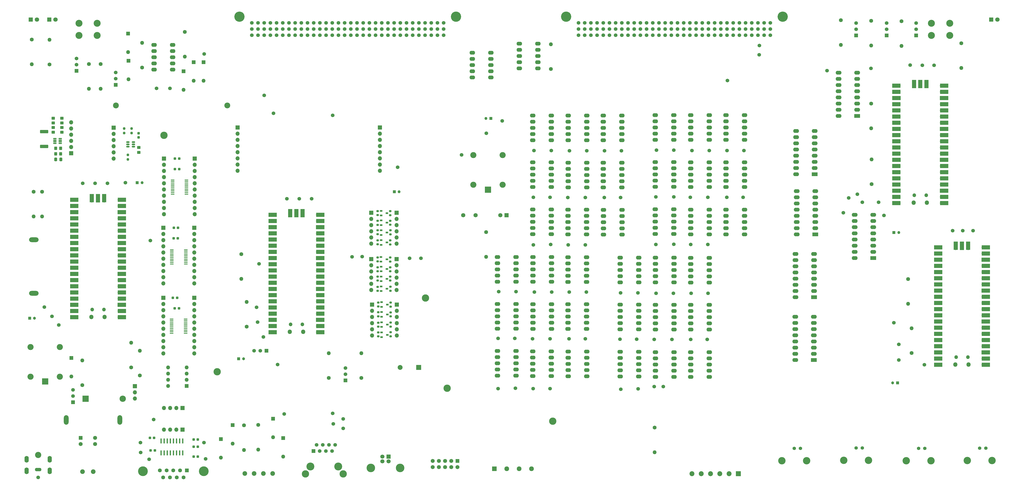
<source format=gbr>
%TF.GenerationSoftware,KiCad,Pcbnew,7.0.5*%
%TF.CreationDate,2025-02-05T20:13:29-05:00*%
%TF.ProjectId,Interconnect,496e7465-7263-46f6-9e6e-6563742e6b69,1.1*%
%TF.SameCoordinates,Original*%
%TF.FileFunction,Soldermask,Top*%
%TF.FilePolarity,Negative*%
%FSLAX46Y46*%
G04 Gerber Fmt 4.6, Leading zero omitted, Abs format (unit mm)*
G04 Created by KiCad (PCBNEW 7.0.5) date 2025-02-05 20:13:29*
%MOMM*%
%LPD*%
G01*
G04 APERTURE LIST*
G04 Aperture macros list*
%AMRoundRect*
0 Rectangle with rounded corners*
0 $1 Rounding radius*
0 $2 $3 $4 $5 $6 $7 $8 $9 X,Y pos of 4 corners*
0 Add a 4 corners polygon primitive as box body*
4,1,4,$2,$3,$4,$5,$6,$7,$8,$9,$2,$3,0*
0 Add four circle primitives for the rounded corners*
1,1,$1+$1,$2,$3*
1,1,$1+$1,$4,$5*
1,1,$1+$1,$6,$7*
1,1,$1+$1,$8,$9*
0 Add four rect primitives between the rounded corners*
20,1,$1+$1,$2,$3,$4,$5,0*
20,1,$1+$1,$4,$5,$6,$7,0*
20,1,$1+$1,$6,$7,$8,$9,0*
20,1,$1+$1,$8,$9,$2,$3,0*%
G04 Aperture macros list end*
%ADD10RoundRect,0.200000X0.275000X-0.200000X0.275000X0.200000X-0.275000X0.200000X-0.275000X-0.200000X0*%
%ADD11R,1.650000X1.650000*%
%ADD12C,1.650000*%
%ADD13C,1.500000*%
%ADD14C,2.400000*%
%ADD15O,2.400000X2.400000*%
%ADD16R,1.000000X0.700000*%
%ADD17R,2.400000X1.600000*%
%ADD18O,2.400000X1.600000*%
%ADD19C,1.600000*%
%ADD20O,1.600000X1.600000*%
%ADD21O,2.300000X1.600000*%
%ADD22R,1.700000X1.700000*%
%ADD23O,1.700000X1.700000*%
%ADD24RoundRect,0.250000X-0.337500X-0.475000X0.337500X-0.475000X0.337500X0.475000X-0.337500X0.475000X0*%
%ADD25RoundRect,0.237500X0.237500X-0.250000X0.237500X0.250000X-0.237500X0.250000X-0.237500X-0.250000X0*%
%ADD26RoundRect,0.100000X-0.637500X-0.100000X0.637500X-0.100000X0.637500X0.100000X-0.637500X0.100000X0*%
%ADD27RoundRect,0.250000X0.350000X0.450000X-0.350000X0.450000X-0.350000X-0.450000X0.350000X-0.450000X0*%
%ADD28RoundRect,0.237500X-0.300000X-0.237500X0.300000X-0.237500X0.300000X0.237500X-0.300000X0.237500X0*%
%ADD29R,1.500000X1.500000*%
%ADD30R,2.025000X2.025000*%
%ADD31C,2.025000*%
%ADD32RoundRect,0.249999X1.425001X-0.450001X1.425001X0.450001X-1.425001X0.450001X-1.425001X-0.450001X0*%
%ADD33R,1.600000X1.600000*%
%ADD34C,3.000000*%
%ADD35R,1.200000X1.200000*%
%ADD36C,1.200000*%
%ADD37C,4.200000*%
%ADD38RoundRect,0.250000X-0.450000X0.350000X-0.450000X-0.350000X0.450000X-0.350000X0.450000X0.350000X0*%
%ADD39C,3.250000*%
%ADD40RoundRect,0.200000X-0.275000X0.200000X-0.275000X-0.200000X0.275000X-0.200000X0.275000X0.200000X0*%
%ADD41R,2.500000X2.500000*%
%ADD42O,2.500000X2.500000*%
%ADD43C,4.000000*%
%ADD44RoundRect,0.237500X0.300000X0.237500X-0.300000X0.237500X-0.300000X-0.237500X0.300000X-0.237500X0*%
%ADD45O,1.800000X1.800000*%
%ADD46O,1.500000X1.500000*%
%ADD47R,3.500000X1.700000*%
%ADD48R,1.700000X3.500000*%
%ADD49RoundRect,0.150000X0.512500X0.150000X-0.512500X0.150000X-0.512500X-0.150000X0.512500X-0.150000X0*%
%ADD50RoundRect,0.237500X0.237500X-0.300000X0.237500X0.300000X-0.237500X0.300000X-0.237500X-0.300000X0*%
%ADD51RoundRect,0.041300X-0.253700X0.943700X-0.253700X-0.943700X0.253700X-0.943700X0.253700X0.943700X0*%
%ADD52C,1.905000*%
%ADD53C,1.700000*%
%ADD54C,3.500000*%
%ADD55O,3.900000X1.950000*%
%ADD56C,1.398000*%
%ADD57C,3.015000*%
%ADD58R,1.800000X1.800000*%
%ADD59C,1.800000*%
%ADD60R,2.600000X2.600000*%
%ADD61O,2.600000X2.600000*%
%ADD62C,1.900000*%
%ADD63C,2.850000*%
%ADD64C,2.550000*%
%ADD65O,2.700002X1.400000*%
%ADD66O,1.750000X2.750000*%
%ADD67R,1.950000X1.950000*%
%ADD68C,1.950000*%
%ADD69R,1.725000X1.725000*%
%ADD70C,1.725000*%
%ADD71O,1.950000X3.900000*%
%ADD72RoundRect,0.125000X-0.537500X-0.125000X0.537500X-0.125000X0.537500X0.125000X-0.537500X0.125000X0*%
%ADD73R,2.000000X2.000000*%
%ADD74C,2.000000*%
G04 APERTURE END LIST*
D10*
%TO.C,R64*%
X159043000Y-119184135D03*
X159043000Y-117534135D03*
%TD*%
D11*
%TO.C,J26*%
X191830000Y-208197500D03*
D12*
X191830000Y-210737500D03*
X189290000Y-208197500D03*
X189290000Y-210737500D03*
X186750000Y-208197500D03*
X186750000Y-210737500D03*
X184210000Y-208197500D03*
X184210000Y-210737500D03*
X181670000Y-208197500D03*
X181670000Y-210737500D03*
%TD*%
D13*
%TO.C,TP41*%
X383519200Y-168656000D03*
%TD*%
D14*
%TO.C,R29*%
X51580000Y-62120000D03*
D15*
X97300000Y-62120000D03*
%TD*%
D16*
%TO.C,Q30*%
X160618278Y-151232880D03*
X160618278Y-153132880D03*
X163018278Y-152182880D03*
%TD*%
D13*
%TO.C,TP28*%
X109743744Y-151161879D03*
%TD*%
D17*
%TO.C,U14*%
X355869000Y-66408135D03*
D18*
X355869000Y-63868135D03*
X355869000Y-61328135D03*
X355869000Y-58788135D03*
X355869000Y-56248135D03*
X355869000Y-53708135D03*
X355869000Y-51168135D03*
X355869000Y-48628135D03*
X348249000Y-48628135D03*
X348249000Y-51168135D03*
X348249000Y-53708135D03*
X348249000Y-56248135D03*
X348249000Y-58788135D03*
X348249000Y-61328135D03*
X348249000Y-63868135D03*
X348249000Y-66408135D03*
%TD*%
D19*
%TO.C,R35*%
X374142000Y-27434135D03*
D20*
X374142000Y-37594135D03*
%TD*%
D21*
%TO.C,K25*%
X230378000Y-95644895D03*
X230378000Y-93104895D03*
X230378000Y-90564895D03*
X230378000Y-88024895D03*
X230378000Y-85484895D03*
X222758000Y-85484895D03*
X222758000Y-88024895D03*
X222758000Y-90564895D03*
X222758000Y-93104895D03*
X222758000Y-95644895D03*
%TD*%
%TO.C,K38*%
X280693300Y-173649895D03*
X280693300Y-171109895D03*
X280693300Y-168569895D03*
X280693300Y-166029895D03*
X280693300Y-163489895D03*
X273073300Y-163489895D03*
X273073300Y-166029895D03*
X273073300Y-168569895D03*
X273073300Y-171109895D03*
X273073300Y-173649895D03*
%TD*%
D22*
%TO.C,J31*%
X50673000Y-71249135D03*
D23*
X50673000Y-73789135D03*
X50673000Y-76329135D03*
X50673000Y-78869135D03*
X50673000Y-81409135D03*
X50673000Y-83949135D03*
%TD*%
D22*
%TO.C,J32*%
X101600000Y-71120000D03*
D23*
X101600000Y-73660000D03*
X101600000Y-76200000D03*
X101600000Y-78740000D03*
X101600000Y-81280000D03*
X101600000Y-83820000D03*
X101600000Y-86360000D03*
X101600000Y-88900000D03*
%TD*%
D21*
%TO.C,K29*%
X244856000Y-115129615D03*
X244856000Y-112589615D03*
X244856000Y-110049615D03*
X244856000Y-107509615D03*
X244856000Y-104969615D03*
X237236000Y-104969615D03*
X237236000Y-107509615D03*
X237236000Y-110049615D03*
X237236000Y-112589615D03*
X237236000Y-115129615D03*
%TD*%
D24*
%TO.C,C15*%
X26884400Y-84312285D03*
X28959400Y-84312285D03*
%TD*%
D25*
%TO.C,R76*%
X58039000Y-73431635D03*
X58039000Y-71606635D03*
%TD*%
D26*
%TO.C,U8*%
X74861500Y-92708135D03*
X74861500Y-93358135D03*
X74861500Y-94008135D03*
X74861500Y-94658135D03*
X74861500Y-95308135D03*
X74861500Y-95958135D03*
X74861500Y-96608135D03*
X74861500Y-97258135D03*
X74861500Y-97908135D03*
X74861500Y-98558135D03*
X80586500Y-98558135D03*
X80586500Y-97908135D03*
X80586500Y-97258135D03*
X80586500Y-96608135D03*
X80586500Y-95958135D03*
X80586500Y-95308135D03*
X80586500Y-94658135D03*
X80586500Y-94008135D03*
X80586500Y-93358135D03*
X80586500Y-92708135D03*
%TD*%
D13*
%TO.C,TP119*%
X272618200Y-158294935D03*
%TD*%
D27*
%TO.C,R73*%
X28900400Y-82026285D03*
X26900400Y-82026285D03*
%TD*%
D19*
%TO.C,R1*%
X378236000Y-163830000D03*
D20*
X378236000Y-153670000D03*
%TD*%
D13*
%TO.C,TP72*%
X73800000Y-55100000D03*
%TD*%
D28*
%TO.C,C13*%
X83530982Y-206408000D03*
X85255982Y-206408000D03*
%TD*%
D29*
%TO.C,Q1*%
X35407600Y-47828200D03*
D13*
X35407600Y-45288200D03*
X35407600Y-42748200D03*
%TD*%
D30*
%TO.C,J20*%
X307100000Y-213480000D03*
D31*
X303290000Y-213480000D03*
X299480000Y-213480000D03*
X295670000Y-213480000D03*
X291860000Y-213480000D03*
X288050000Y-213480000D03*
%TD*%
D19*
%TO.C,R15*%
X230150000Y-47080000D03*
D20*
X230150000Y-36920000D03*
%TD*%
D13*
%TO.C,TP116*%
X265379200Y-158162455D03*
%TD*%
D32*
%TO.C,R77*%
X22185400Y-78934535D03*
X22185400Y-72834535D03*
%TD*%
D16*
%TO.C,Q33*%
X160458778Y-136500880D03*
X160458778Y-138400880D03*
X162858778Y-137450880D03*
%TD*%
D19*
%TO.C,R2*%
X40550000Y-45090000D03*
D20*
X40550000Y-55250000D03*
%TD*%
D13*
%TO.C,TP2*%
X208508600Y-157883055D03*
%TD*%
D33*
%TO.C,D23*%
X79375000Y-48006000D03*
D20*
X79375000Y-55626000D03*
%TD*%
D29*
%TO.C,Q24*%
X368025000Y-33274000D03*
D13*
X368025000Y-30734000D03*
X368025000Y-28194000D03*
%TD*%
%TO.C,TP39*%
X126873000Y-100459135D03*
%TD*%
%TO.C,TP106*%
X252095000Y-99976535D03*
%TD*%
%TO.C,TP62*%
X295198800Y-80601415D03*
%TD*%
D19*
%TO.C,R16*%
X361630000Y-61320000D03*
D20*
X361630000Y-71480000D03*
%TD*%
D13*
%TO.C,TP49*%
X395097000Y-113538000D03*
%TD*%
D34*
%TO.C,TP86*%
X187553600Y-178333400D03*
%TD*%
D13*
%TO.C,TP29*%
X25349200Y-148793200D03*
%TD*%
D19*
%TO.C,R8*%
X57860000Y-169750000D03*
D20*
X57860000Y-159590000D03*
%TD*%
D13*
%TO.C,TP10*%
X222885000Y-178511895D03*
%TD*%
D21*
%TO.C,K14*%
X295156300Y-95638615D03*
X295156300Y-93098615D03*
X295156300Y-90558615D03*
X295156300Y-88018615D03*
X295156300Y-85478615D03*
X287536300Y-85478615D03*
X287536300Y-88018615D03*
X287536300Y-90558615D03*
X287536300Y-93098615D03*
X287536300Y-95638615D03*
%TD*%
D13*
%TO.C,TP75*%
X193548000Y-82425135D03*
%TD*%
D35*
%TO.C,C19*%
X102020401Y-166245135D03*
D36*
X104020401Y-166245135D03*
%TD*%
D13*
%TO.C,TP57*%
X273227800Y-119249655D03*
%TD*%
D19*
%TO.C,R28*%
X79880000Y-31830000D03*
D20*
X79880000Y-41990000D03*
%TD*%
D13*
%TO.C,TP102*%
X244906800Y-80740175D03*
%TD*%
%TO.C,TP34*%
X110333000Y-127189135D03*
%TD*%
%TO.C,TP50*%
X377672600Y-45491400D03*
%TD*%
D33*
%TO.C,D33*%
X120250000Y-198800000D03*
D20*
X120250000Y-206420000D03*
%TD*%
D13*
%TO.C,TP32*%
X117980000Y-168620000D03*
%TD*%
%TO.C,J2*%
X241477800Y-28145335D03*
X244017800Y-28145335D03*
X246557800Y-28145335D03*
X249097800Y-28145335D03*
X251637800Y-28145335D03*
X254177800Y-28145335D03*
X256717800Y-28145335D03*
X259257800Y-28145335D03*
X261797800Y-28145335D03*
X264337800Y-28145335D03*
X266877800Y-28145335D03*
X269417800Y-28145335D03*
X271957800Y-28145335D03*
X274497800Y-28145335D03*
X277037800Y-28145335D03*
X279577800Y-28145335D03*
X282117800Y-28145335D03*
X284657800Y-28145335D03*
X287197800Y-28145335D03*
X289737800Y-28145335D03*
X292277800Y-28145335D03*
X294817800Y-28145335D03*
X297357800Y-28145335D03*
X299897800Y-28145335D03*
X302437800Y-28145335D03*
X304977800Y-28145335D03*
X307517800Y-28145335D03*
X310057800Y-28145335D03*
X312597800Y-28145335D03*
X315137800Y-28145335D03*
X317677800Y-28145335D03*
X320217800Y-28145335D03*
X241477800Y-30685335D03*
X244017800Y-30685335D03*
X246557800Y-30685335D03*
X249097800Y-30685335D03*
X251637800Y-30685335D03*
X254177800Y-30685335D03*
X256717800Y-30685335D03*
X259257800Y-30685335D03*
X261797800Y-30685335D03*
X264337800Y-30685335D03*
X266877800Y-30685335D03*
X269417800Y-30685335D03*
X271957800Y-30685335D03*
X274497800Y-30685335D03*
X277037800Y-30685335D03*
X279577800Y-30685335D03*
X282117800Y-30685335D03*
X284657800Y-30685335D03*
X287197800Y-30685335D03*
X289737800Y-30685335D03*
X292277800Y-30685335D03*
X294817800Y-30685335D03*
X297357800Y-30685335D03*
X299897800Y-30685335D03*
X302437800Y-30685335D03*
X304977800Y-30685335D03*
X307517800Y-30685335D03*
X310057800Y-30685335D03*
X312597800Y-30685335D03*
X315137800Y-30685335D03*
X317677800Y-30685335D03*
X320217800Y-30685335D03*
X241477800Y-33225335D03*
X244017800Y-33225335D03*
X246557800Y-33225335D03*
X249097800Y-33225335D03*
X251637800Y-33225335D03*
X254177800Y-33225335D03*
X256717800Y-33225335D03*
X259257800Y-33225335D03*
X261797800Y-33225335D03*
X264337800Y-33225335D03*
X266877800Y-33225335D03*
X269417800Y-33225335D03*
X271957800Y-33225335D03*
X274497800Y-33225335D03*
X277037800Y-33225335D03*
X279577800Y-33225335D03*
X282117800Y-33225335D03*
X284657800Y-33225335D03*
X287197800Y-33225335D03*
X289737800Y-33225335D03*
X292277800Y-33225335D03*
X294817800Y-33225335D03*
X297357800Y-33225335D03*
X299897800Y-33225335D03*
X302437800Y-33225335D03*
X304977800Y-33225335D03*
X307517800Y-33225335D03*
X310057800Y-33225335D03*
X312597800Y-33225335D03*
X315137800Y-33225335D03*
X317677800Y-33225335D03*
X320217800Y-33225335D03*
D37*
X236397800Y-25605335D03*
X325297800Y-25605335D03*
%TD*%
D38*
%TO.C,R82*%
X25868400Y-67310285D03*
X25868400Y-69310285D03*
%TD*%
D21*
%TO.C,K9*%
X244871000Y-173451415D03*
X244871000Y-170911415D03*
X244871000Y-168371415D03*
X244871000Y-165831415D03*
X244871000Y-163291415D03*
X237251000Y-163291415D03*
X237251000Y-165831415D03*
X237251000Y-168371415D03*
X237251000Y-170911415D03*
X237251000Y-173451415D03*
%TD*%
D22*
%TO.C,J12*%
X166898278Y-143927880D03*
D23*
X166898278Y-146467880D03*
X166898278Y-149007880D03*
X166898278Y-151547880D03*
X166898278Y-154087880D03*
X166898278Y-156627880D03*
%TD*%
D13*
%TO.C,TP84*%
X88413482Y-207338000D03*
%TD*%
%TO.C,TP40*%
X131953000Y-100459135D03*
%TD*%
%TO.C,TP9*%
X222605600Y-158015535D03*
%TD*%
D33*
%TO.C,D32*%
X116126000Y-190870000D03*
D20*
X116126000Y-198490000D03*
%TD*%
D21*
%TO.C,K32*%
X259350600Y-115195615D03*
X259350600Y-112655615D03*
X259350600Y-110115615D03*
X259350600Y-107575615D03*
X259350600Y-105035615D03*
X251730600Y-105035615D03*
X251730600Y-107575615D03*
X251730600Y-110115615D03*
X251730600Y-112655615D03*
X251730600Y-115195615D03*
%TD*%
D34*
%TO.C,TP88*%
X71323200Y-74396600D03*
%TD*%
D19*
%TO.C,R6*%
X17100000Y-35010000D03*
D20*
X17100000Y-45170000D03*
%TD*%
D19*
%TO.C,R14*%
X376830000Y-133450000D03*
D20*
X376830000Y-143610000D03*
%TD*%
D39*
%TO.C,J24*%
X131445000Y-210491000D03*
X142875000Y-210491000D03*
D29*
X132715000Y-204141000D03*
D13*
X133985000Y-201601000D03*
X135255000Y-204141000D03*
X136525000Y-201601000D03*
X137795000Y-204141000D03*
X139065000Y-201601000D03*
X140335000Y-204141000D03*
X141605000Y-201601000D03*
D34*
X129390000Y-213541000D03*
X144930000Y-213541000D03*
%TD*%
D35*
%TO.C,C18*%
X60349000Y-93855135D03*
D36*
X62349000Y-93855135D03*
%TD*%
D40*
%TO.C,R45*%
X164253000Y-124604135D03*
X164253000Y-126254135D03*
%TD*%
D16*
%TO.C,Q26*%
X160618278Y-142977880D03*
X160618278Y-144877880D03*
X163018278Y-143927880D03*
%TD*%
D13*
%TO.C,TP19*%
X148550000Y-124350000D03*
%TD*%
D10*
%TO.C,R46*%
X159273000Y-148784135D03*
X159273000Y-147134135D03*
%TD*%
%TO.C,R50*%
X159273000Y-153024135D03*
X159273000Y-151374135D03*
%TD*%
D35*
%TO.C,C20*%
X165867401Y-97560000D03*
D36*
X167867401Y-97560000D03*
%TD*%
D16*
%TO.C,Q27*%
X160443000Y-124409135D03*
X160443000Y-126309135D03*
X162843000Y-125359135D03*
%TD*%
D13*
%TO.C,TP93*%
X237794800Y-80740175D03*
%TD*%
%TO.C,TP127*%
X315722000Y-41277135D03*
%TD*%
D41*
%TO.C,K21*%
X204373000Y-96679135D03*
D42*
X210373000Y-94679135D03*
X210373000Y-82479135D03*
X198373000Y-82479135D03*
X198373000Y-94679135D03*
%TD*%
D21*
%TO.C,K40*%
X295179600Y-154231655D03*
X295179600Y-151691655D03*
X295179600Y-149151655D03*
X295179600Y-146611655D03*
X295179600Y-144071655D03*
X287559600Y-144071655D03*
X287559600Y-146611655D03*
X287559600Y-149151655D03*
X287559600Y-151691655D03*
X287559600Y-154231655D03*
%TD*%
D33*
%TO.C,D31*%
X94663000Y-199252000D03*
D20*
X94663000Y-206872000D03*
%TD*%
D13*
%TO.C,TP130*%
X366903000Y-107317135D03*
%TD*%
D21*
%TO.C,K36*%
X280693300Y-134813415D03*
X280693300Y-132273415D03*
X280693300Y-129733415D03*
X280693300Y-127193415D03*
X280693300Y-124653415D03*
X273073300Y-124653415D03*
X273073300Y-127193415D03*
X273073300Y-129733415D03*
X273073300Y-132273415D03*
X273073300Y-134813415D03*
%TD*%
D10*
%TO.C,R48*%
X159043000Y-130254135D03*
X159043000Y-128604135D03*
%TD*%
D33*
%TO.C,D1*%
X33350200Y-165912800D03*
D20*
X33350200Y-173532800D03*
%TD*%
D28*
%TO.C,C11*%
X65850982Y-203868000D03*
X67575982Y-203868000D03*
%TD*%
D38*
%TO.C,R80*%
X61036200Y-79367735D03*
X61036200Y-81367735D03*
%TD*%
D13*
%TO.C,TP30*%
X109347000Y-145036135D03*
%TD*%
%TO.C,J1*%
X107442000Y-28145335D03*
X109982000Y-28145335D03*
X112522000Y-28145335D03*
X115062000Y-28145335D03*
X117602000Y-28145335D03*
X120142000Y-28145335D03*
X122682000Y-28145335D03*
X125222000Y-28145335D03*
X127762000Y-28145335D03*
X130302000Y-28145335D03*
X132842000Y-28145335D03*
X135382000Y-28145335D03*
X137922000Y-28145335D03*
X140462000Y-28145335D03*
X143002000Y-28145335D03*
X145542000Y-28145335D03*
X148082000Y-28145335D03*
X150622000Y-28145335D03*
X153162000Y-28145335D03*
X155702000Y-28145335D03*
X158242000Y-28145335D03*
X160782000Y-28145335D03*
X163322000Y-28145335D03*
X165862000Y-28145335D03*
X168402000Y-28145335D03*
X170942000Y-28145335D03*
X173482000Y-28145335D03*
X176022000Y-28145335D03*
X178562000Y-28145335D03*
X181102000Y-28145335D03*
X183642000Y-28145335D03*
X186182000Y-28145335D03*
X107442000Y-30685335D03*
X109982000Y-30685335D03*
X112522000Y-30685335D03*
X115062000Y-30685335D03*
X117602000Y-30685335D03*
X120142000Y-30685335D03*
X122682000Y-30685335D03*
X125222000Y-30685335D03*
X127762000Y-30685335D03*
X130302000Y-30685335D03*
X132842000Y-30685335D03*
X135382000Y-30685335D03*
X137922000Y-30685335D03*
X140462000Y-30685335D03*
X143002000Y-30685335D03*
X145542000Y-30685335D03*
X148082000Y-30685335D03*
X150622000Y-30685335D03*
X153162000Y-30685335D03*
X155702000Y-30685335D03*
X158242000Y-30685335D03*
X160782000Y-30685335D03*
X163322000Y-30685335D03*
X165862000Y-30685335D03*
X168402000Y-30685335D03*
X170942000Y-30685335D03*
X173482000Y-30685335D03*
X176022000Y-30685335D03*
X178562000Y-30685335D03*
X181102000Y-30685335D03*
X183642000Y-30685335D03*
X186182000Y-30685335D03*
X107442000Y-33225335D03*
X109982000Y-33225335D03*
X112522000Y-33225335D03*
X115062000Y-33225335D03*
X117602000Y-33225335D03*
X120142000Y-33225335D03*
X122682000Y-33225335D03*
X125222000Y-33225335D03*
X127762000Y-33225335D03*
X130302000Y-33225335D03*
X132842000Y-33225335D03*
X135382000Y-33225335D03*
X137922000Y-33225335D03*
X140462000Y-33225335D03*
X143002000Y-33225335D03*
X145542000Y-33225335D03*
X148082000Y-33225335D03*
X150622000Y-33225335D03*
X153162000Y-33225335D03*
X155702000Y-33225335D03*
X158242000Y-33225335D03*
X160782000Y-33225335D03*
X163322000Y-33225335D03*
X165862000Y-33225335D03*
X168402000Y-33225335D03*
X170942000Y-33225335D03*
X173482000Y-33225335D03*
X176022000Y-33225335D03*
X178562000Y-33225335D03*
X181102000Y-33225335D03*
X183642000Y-33225335D03*
X186182000Y-33225335D03*
D37*
X102362000Y-25605335D03*
X191262000Y-25605335D03*
%TD*%
D13*
%TO.C,TP76*%
X152700000Y-124200000D03*
%TD*%
D33*
%TO.C,D19*%
X56769000Y-43690135D03*
D20*
X56769000Y-51310135D03*
%TD*%
D10*
%TO.C,R44*%
X159043000Y-126204135D03*
X159043000Y-124554135D03*
%TD*%
D13*
%TO.C,TP25*%
X176850000Y-124950000D03*
%TD*%
%TO.C,TP27*%
X28117800Y-152323800D03*
%TD*%
D22*
%TO.C,J14*%
X166865778Y-125258880D03*
D23*
X166865778Y-127798880D03*
X166865778Y-130338880D03*
X166865778Y-132878880D03*
X166865778Y-135418880D03*
X166865778Y-137958880D03*
%TD*%
D13*
%TO.C,TP91*%
X222935800Y-119388415D03*
%TD*%
%TO.C,TP43*%
X372999000Y-166751000D03*
%TD*%
D22*
%TO.C,J6*%
X83739000Y-141182635D03*
D23*
X83739000Y-143722635D03*
X83739000Y-146262635D03*
X83739000Y-148802635D03*
X83739000Y-151342635D03*
X83739000Y-153882635D03*
X83739000Y-156422635D03*
X83739000Y-158962635D03*
X83739000Y-161502635D03*
X83739000Y-164042635D03*
%TD*%
D29*
%TO.C,Q22*%
X380085600Y-33274000D03*
D13*
X380085600Y-30734000D03*
X380085600Y-28194000D03*
%TD*%
D21*
%TO.C,K4*%
X230386300Y-134564415D03*
X230386300Y-132024415D03*
X230386300Y-129484415D03*
X230386300Y-126944415D03*
X230386300Y-124404415D03*
X222766300Y-124404415D03*
X222766300Y-126944415D03*
X222766300Y-129484415D03*
X222766300Y-132024415D03*
X222766300Y-134564415D03*
%TD*%
D16*
%TO.C,Q31*%
X160458778Y-132436880D03*
X160458778Y-134336880D03*
X162858778Y-133386880D03*
%TD*%
D43*
%TO.C,J28*%
X62681000Y-212427669D03*
X87681000Y-212427669D03*
D33*
X80721000Y-212127669D03*
D19*
X77951000Y-212127669D03*
X75181000Y-212127669D03*
X72411000Y-212127669D03*
X69641000Y-212127669D03*
X79336000Y-214967669D03*
X76566000Y-214967669D03*
X73796000Y-214967669D03*
X71026000Y-214967669D03*
%TD*%
D13*
%TO.C,TP118*%
X280492200Y-139270335D03*
%TD*%
%TO.C,TP58*%
X288086800Y-80601415D03*
%TD*%
D28*
%TO.C,C10*%
X83513482Y-199398000D03*
X85238482Y-199398000D03*
%TD*%
D16*
%TO.C,Q28*%
X160618278Y-147041880D03*
X160618278Y-148941880D03*
X163018278Y-147991880D03*
%TD*%
D19*
%TO.C,R4*%
X272733000Y-194549135D03*
D20*
X272733000Y-204709135D03*
%TD*%
D19*
%TO.C,R10*%
X105283000Y-153037135D03*
D20*
X105283000Y-142877135D03*
%TD*%
D44*
%TO.C,C6*%
X77104500Y-112401135D03*
X75379500Y-112401135D03*
%TD*%
D28*
%TO.C,C3*%
X75764500Y-145495635D03*
X77489500Y-145495635D03*
%TD*%
D22*
%TO.C,J34*%
X78943000Y-186445000D03*
D23*
X76403000Y-186445000D03*
X73863000Y-186445000D03*
X71323000Y-186445000D03*
%TD*%
D19*
%TO.C,R18*%
X398627600Y-36525200D03*
D20*
X398627600Y-46685200D03*
%TD*%
D21*
%TO.C,K6*%
X230378000Y-173334895D03*
X230378000Y-170794895D03*
X230378000Y-168254895D03*
X230378000Y-165714895D03*
X230378000Y-163174895D03*
X222758000Y-163174895D03*
X222758000Y-165714895D03*
X222758000Y-168254895D03*
X222758000Y-170794895D03*
X222758000Y-173334895D03*
%TD*%
D10*
%TO.C,R63*%
X164263000Y-115054135D03*
X164263000Y-113404135D03*
%TD*%
D13*
%TO.C,TP128*%
X361569000Y-46863000D03*
%TD*%
D21*
%TO.C,K7*%
X244856000Y-134622135D03*
X244856000Y-132082135D03*
X244856000Y-129542135D03*
X244856000Y-127002135D03*
X244856000Y-124462135D03*
X237236000Y-124462135D03*
X237236000Y-127002135D03*
X237236000Y-129542135D03*
X237236000Y-132082135D03*
X237236000Y-134622135D03*
%TD*%
D13*
%TO.C,TP94*%
X87744000Y-200690000D03*
%TD*%
D21*
%TO.C,K20*%
X224854500Y-46860135D03*
X224854500Y-44320135D03*
X224854500Y-41780135D03*
X224854500Y-39240135D03*
X224854500Y-36700135D03*
X217234500Y-36700135D03*
X217234500Y-39240135D03*
X217234500Y-41780135D03*
X217234500Y-44320135D03*
X217234500Y-46860135D03*
%TD*%
D44*
%TO.C,C4*%
X76727500Y-141177635D03*
X75002500Y-141177635D03*
%TD*%
D45*
%TO.C,U2*%
X46992200Y-149011135D03*
D46*
X46692200Y-145981135D03*
X41842200Y-145981135D03*
D45*
X41542200Y-149011135D03*
D23*
X53157200Y-149141135D03*
D47*
X54057200Y-149141135D03*
D23*
X53157200Y-146601135D03*
D47*
X54057200Y-146601135D03*
D22*
X53157200Y-144061135D03*
D47*
X54057200Y-144061135D03*
D23*
X53157200Y-141521135D03*
D47*
X54057200Y-141521135D03*
D23*
X53157200Y-138981135D03*
D47*
X54057200Y-138981135D03*
D23*
X53157200Y-136441135D03*
D47*
X54057200Y-136441135D03*
D23*
X53157200Y-133901135D03*
D47*
X54057200Y-133901135D03*
D22*
X53157200Y-131361135D03*
D47*
X54057200Y-131361135D03*
D23*
X53157200Y-128821135D03*
D47*
X54057200Y-128821135D03*
D23*
X53157200Y-126281135D03*
D47*
X54057200Y-126281135D03*
D23*
X53157200Y-123741135D03*
D47*
X54057200Y-123741135D03*
D23*
X53157200Y-121201135D03*
D47*
X54057200Y-121201135D03*
D22*
X53157200Y-118661135D03*
D47*
X54057200Y-118661135D03*
D23*
X53157200Y-116121135D03*
D47*
X54057200Y-116121135D03*
D23*
X53157200Y-113581135D03*
D47*
X54057200Y-113581135D03*
D23*
X53157200Y-111041135D03*
D47*
X54057200Y-111041135D03*
D23*
X53157200Y-108501135D03*
D47*
X54057200Y-108501135D03*
D22*
X53157200Y-105961135D03*
D47*
X54057200Y-105961135D03*
D23*
X53157200Y-103421135D03*
D47*
X54057200Y-103421135D03*
D23*
X53157200Y-100881135D03*
D47*
X54057200Y-100881135D03*
D23*
X35377200Y-100881135D03*
D47*
X34477200Y-100881135D03*
D23*
X35377200Y-103421135D03*
D47*
X34477200Y-103421135D03*
D22*
X35377200Y-105961135D03*
D47*
X34477200Y-105961135D03*
D23*
X35377200Y-108501135D03*
D47*
X34477200Y-108501135D03*
D23*
X35377200Y-111041135D03*
D47*
X34477200Y-111041135D03*
D23*
X35377200Y-113581135D03*
D47*
X34477200Y-113581135D03*
D23*
X35377200Y-116121135D03*
D47*
X34477200Y-116121135D03*
D22*
X35377200Y-118661135D03*
D47*
X34477200Y-118661135D03*
D23*
X35377200Y-121201135D03*
D47*
X34477200Y-121201135D03*
D23*
X35377200Y-123741135D03*
D47*
X34477200Y-123741135D03*
D23*
X35377200Y-126281135D03*
D47*
X34477200Y-126281135D03*
D23*
X35377200Y-128821135D03*
D47*
X34477200Y-128821135D03*
D22*
X35377200Y-131361135D03*
D47*
X34477200Y-131361135D03*
D23*
X35377200Y-133901135D03*
D47*
X34477200Y-133901135D03*
D23*
X35377200Y-136441135D03*
D47*
X34477200Y-136441135D03*
D23*
X35377200Y-138981135D03*
D47*
X34477200Y-138981135D03*
D23*
X35377200Y-141521135D03*
D47*
X34477200Y-141521135D03*
D22*
X35377200Y-144061135D03*
D47*
X34477200Y-144061135D03*
D23*
X35377200Y-146601135D03*
D47*
X34477200Y-146601135D03*
D23*
X35377200Y-149141135D03*
D47*
X34477200Y-149141135D03*
D23*
X46807200Y-101111135D03*
D48*
X46807200Y-100211135D03*
D22*
X44267200Y-101111135D03*
D48*
X44267200Y-100211135D03*
D23*
X41727200Y-101111135D03*
D48*
X41727200Y-100211135D03*
%TD*%
D19*
%TO.C,R31*%
X349250000Y-27053135D03*
D20*
X349250000Y-37213135D03*
%TD*%
D13*
%TO.C,TP13*%
X229844600Y-158015535D03*
%TD*%
D49*
%TO.C,U11*%
X58790000Y-79057135D03*
X58790000Y-78107135D03*
X58790000Y-77157135D03*
X56515000Y-77157135D03*
X56515000Y-78107135D03*
X56515000Y-79057135D03*
%TD*%
D21*
%TO.C,K28*%
X244864300Y-95777375D03*
X244864300Y-93237375D03*
X244864300Y-90697375D03*
X244864300Y-88157375D03*
X244864300Y-85617375D03*
X237244300Y-85617375D03*
X237244300Y-88157375D03*
X237244300Y-90697375D03*
X237244300Y-93237375D03*
X237244300Y-95777375D03*
%TD*%
%TO.C,K2*%
X215900000Y-153850175D03*
X215900000Y-151310175D03*
X215900000Y-148770175D03*
X215900000Y-146230175D03*
X215900000Y-143690175D03*
X208280000Y-143690175D03*
X208280000Y-146230175D03*
X208280000Y-148770175D03*
X208280000Y-151310175D03*
X208280000Y-153850175D03*
%TD*%
D33*
%TO.C,D20*%
X56610000Y-32530000D03*
D20*
X56610000Y-40150000D03*
%TD*%
D13*
%TO.C,TP3*%
X208534000Y-178506415D03*
%TD*%
D50*
%TO.C,C14*%
X60934600Y-75210435D03*
X60934600Y-73485435D03*
%TD*%
D10*
%TO.C,R55*%
X164353000Y-156979135D03*
X164353000Y-155329135D03*
%TD*%
D13*
%TO.C,TP131*%
X350266000Y-106174135D03*
%TD*%
D22*
%TO.C,J15*%
X156446022Y-106237135D03*
D23*
X156446022Y-108777135D03*
X156446022Y-111317135D03*
X156446022Y-113857135D03*
X156446022Y-116397135D03*
X156446022Y-118937135D03*
%TD*%
D13*
%TO.C,TP99*%
X230047800Y-119261415D03*
%TD*%
D19*
%TO.C,R7*%
X37840000Y-177060000D03*
D20*
X37840000Y-166900000D03*
%TD*%
D13*
%TO.C,TP48*%
X352425000Y-100078135D03*
%TD*%
%TO.C,TP15*%
X244703600Y-138787735D03*
%TD*%
%TO.C,TP80*%
X144926480Y-190946980D03*
%TD*%
%TO.C,TP98*%
X61729000Y-204761669D03*
%TD*%
D21*
%TO.C,K16*%
X309642600Y-76220375D03*
X309642600Y-73680375D03*
X309642600Y-71140375D03*
X309642600Y-68600375D03*
X309642600Y-66060375D03*
X302022600Y-66060375D03*
X302022600Y-68600375D03*
X302022600Y-71140375D03*
X302022600Y-73680375D03*
X302022600Y-76220375D03*
%TD*%
D13*
%TO.C,TP60*%
X280670000Y-99705295D03*
%TD*%
D21*
%TO.C,K5*%
X230386300Y-153982655D03*
X230386300Y-151442655D03*
X230386300Y-148902655D03*
X230386300Y-146362655D03*
X230386300Y-143822655D03*
X222766300Y-143822655D03*
X222766300Y-146362655D03*
X222766300Y-148902655D03*
X222766300Y-151442655D03*
X222766300Y-153982655D03*
%TD*%
D19*
%TO.C,R5*%
X45364400Y-45110400D03*
D20*
X45364400Y-55270400D03*
%TD*%
D29*
%TO.C,Q19*%
X355473000Y-33274000D03*
D13*
X355473000Y-30734000D03*
X355473000Y-28194000D03*
%TD*%
D19*
%TO.C,R3*%
X138990000Y-174080000D03*
D20*
X138990000Y-163920000D03*
%TD*%
D21*
%TO.C,K12*%
X280670000Y-114924375D03*
X280670000Y-112384375D03*
X280670000Y-109844375D03*
X280670000Y-107304375D03*
X280670000Y-104764375D03*
X273050000Y-104764375D03*
X273050000Y-107304375D03*
X273050000Y-109844375D03*
X273050000Y-112384375D03*
X273050000Y-114924375D03*
%TD*%
%TO.C,K22*%
X205550500Y-50543135D03*
X205550500Y-48003135D03*
X205550500Y-45463135D03*
X205550500Y-42923135D03*
X205550500Y-40383135D03*
X197930500Y-40383135D03*
X197930500Y-42923135D03*
X197930500Y-45463135D03*
X197930500Y-48003135D03*
X197930500Y-50543135D03*
%TD*%
D13*
%TO.C,TP37*%
X121793000Y-100459135D03*
%TD*%
D40*
%TO.C,R49*%
X164253000Y-128614135D03*
X164253000Y-130264135D03*
%TD*%
D13*
%TO.C,TP104*%
X237286800Y-119393895D03*
%TD*%
D51*
%TO.C,U9*%
X79070000Y-200000669D03*
X77800000Y-200000669D03*
X76530000Y-200000669D03*
X75260000Y-200000669D03*
X73990000Y-200000669D03*
X72720000Y-200000669D03*
X71450000Y-200000669D03*
X70180000Y-200000669D03*
X70180000Y-204950669D03*
X71450000Y-204950669D03*
X72720000Y-204950669D03*
X73990000Y-204950669D03*
X75260000Y-204950669D03*
X76530000Y-204950669D03*
X77800000Y-204950669D03*
X79070000Y-204950669D03*
%TD*%
D35*
%TO.C,C17*%
X205500000Y-67450000D03*
D36*
X203500000Y-67450000D03*
%TD*%
D13*
%TO.C,TP5*%
X215874600Y-138655255D03*
%TD*%
%TO.C,TP65*%
X302437800Y-80596335D03*
%TD*%
D21*
%TO.C,K3*%
X215900000Y-173177895D03*
X215900000Y-170637895D03*
X215900000Y-168097895D03*
X215900000Y-165557895D03*
X215900000Y-163017895D03*
X208280000Y-163017895D03*
X208280000Y-165557895D03*
X208280000Y-168097895D03*
X208280000Y-170637895D03*
X208280000Y-173177895D03*
%TD*%
D13*
%TO.C,TP18*%
X140589000Y-66169135D03*
%TD*%
%TO.C,TP92*%
X61650000Y-200700000D03*
%TD*%
%TO.C,TP100*%
X167280000Y-87470000D03*
%TD*%
%TO.C,TP123*%
X279857200Y-158294935D03*
%TD*%
D17*
%TO.C,U15*%
X362473000Y-124828135D03*
D18*
X362473000Y-122288135D03*
X362473000Y-119748135D03*
X362473000Y-117208135D03*
X362473000Y-114668135D03*
X362473000Y-112128135D03*
X362473000Y-109588135D03*
X362473000Y-107048135D03*
X354853000Y-107048135D03*
X354853000Y-109588135D03*
X354853000Y-112128135D03*
X354853000Y-114668135D03*
X354853000Y-117208135D03*
X354853000Y-119748135D03*
X354853000Y-122288135D03*
X354853000Y-124828135D03*
%TD*%
D13*
%TO.C,TP129*%
X343535000Y-47754135D03*
%TD*%
%TO.C,TP83*%
X87884000Y-40894000D03*
%TD*%
D22*
%TO.C,J9*%
X71374000Y-83949135D03*
D23*
X71374000Y-86489135D03*
X71374000Y-89029135D03*
X71374000Y-91569135D03*
X71374000Y-94109135D03*
X71374000Y-96649135D03*
X71374000Y-99189135D03*
X71374000Y-101729135D03*
X71374000Y-104269135D03*
X71374000Y-106809135D03*
%TD*%
D52*
%TO.C,J23*%
X104487000Y-213433000D03*
X108297000Y-213433000D03*
X112107000Y-213433000D03*
X115917000Y-213433000D03*
%TD*%
D21*
%TO.C,K19*%
X74867500Y-47368135D03*
X74867500Y-44828135D03*
X74867500Y-42288135D03*
X74867500Y-39748135D03*
X74867500Y-37208135D03*
X67247500Y-37208135D03*
X67247500Y-39748135D03*
X67247500Y-42288135D03*
X67247500Y-44828135D03*
X67247500Y-47368135D03*
%TD*%
D13*
%TO.C,TP96*%
X229870000Y-99844055D03*
%TD*%
D19*
%TO.C,R11*%
X103050000Y-123192135D03*
D20*
X103050000Y-133352135D03*
%TD*%
D21*
%TO.C,K1*%
X215900000Y-134564415D03*
X215900000Y-132024415D03*
X215900000Y-129484415D03*
X215900000Y-126944415D03*
X215900000Y-124404415D03*
X208280000Y-124404415D03*
X208280000Y-126944415D03*
X208280000Y-129484415D03*
X208280000Y-132024415D03*
X208280000Y-134564415D03*
%TD*%
D19*
%TO.C,R69*%
X24384000Y-45214135D03*
D20*
X24384000Y-35054135D03*
%TD*%
D26*
%TO.C,U6*%
X74468020Y-149872754D03*
X74468020Y-150522754D03*
X74468020Y-151172754D03*
X74468020Y-151822754D03*
X74468020Y-152472754D03*
X74468020Y-153122754D03*
X74468020Y-153772754D03*
X74468020Y-154422754D03*
X74468020Y-155072754D03*
X74468020Y-155722754D03*
X80193020Y-155722754D03*
X80193020Y-155072754D03*
X80193020Y-154422754D03*
X80193020Y-153772754D03*
X80193020Y-153122754D03*
X80193020Y-152472754D03*
X80193020Y-151822754D03*
X80193020Y-151172754D03*
X80193020Y-150522754D03*
X80193020Y-149872754D03*
%TD*%
D13*
%TO.C,TP26*%
X112141000Y-157228135D03*
%TD*%
D21*
%TO.C,K39*%
X295163000Y-134871135D03*
X295163000Y-132331135D03*
X295163000Y-129791135D03*
X295163000Y-127251135D03*
X295163000Y-124711135D03*
X287543000Y-124711135D03*
X287543000Y-127251135D03*
X287543000Y-129791135D03*
X287543000Y-132331135D03*
X287543000Y-134871135D03*
%TD*%
D22*
%TO.C,J33*%
X160020000Y-71120000D03*
D23*
X160020000Y-73660000D03*
X160020000Y-76200000D03*
X160020000Y-78740000D03*
X160020000Y-81280000D03*
X160020000Y-83820000D03*
X160020000Y-86360000D03*
X160020000Y-88900000D03*
%TD*%
D13*
%TO.C,TP78*%
X144926480Y-194883980D03*
%TD*%
D22*
%TO.C,J25*%
X163530000Y-206432500D03*
D53*
X161030000Y-206432500D03*
X161030000Y-208432500D03*
X163530000Y-208432500D03*
D54*
X168300000Y-211142500D03*
X156260000Y-211142500D03*
%TD*%
D13*
%TO.C,TP66*%
X302387000Y-99837775D03*
%TD*%
D21*
%TO.C,K37*%
X280693300Y-154231655D03*
X280693300Y-151691655D03*
X280693300Y-149151655D03*
X280693300Y-146611655D03*
X280693300Y-144071655D03*
X273073300Y-144071655D03*
X273073300Y-146611655D03*
X273073300Y-149151655D03*
X273073300Y-151691655D03*
X273073300Y-154231655D03*
%TD*%
D55*
%TO.C,F2*%
X17881600Y-139322600D03*
X17881600Y-117322600D03*
%TD*%
D21*
%TO.C,K35*%
X266207000Y-173479135D03*
X266207000Y-170939135D03*
X266207000Y-168399135D03*
X266207000Y-165859135D03*
X266207000Y-163319135D03*
X258587000Y-163319135D03*
X258587000Y-165859135D03*
X258587000Y-168399135D03*
X258587000Y-170939135D03*
X258587000Y-173479135D03*
%TD*%
D28*
%TO.C,C5*%
X75279000Y-116719135D03*
X77004000Y-116719135D03*
%TD*%
D25*
%TO.C,R83*%
X56515000Y-84250135D03*
X56515000Y-82425135D03*
%TD*%
D13*
%TO.C,TP122*%
X287604200Y-158294935D03*
%TD*%
D21*
%TO.C,K30*%
X259334000Y-76416855D03*
X259334000Y-73876855D03*
X259334000Y-71336855D03*
X259334000Y-68796855D03*
X259334000Y-66256855D03*
X251714000Y-66256855D03*
X251714000Y-68796855D03*
X251714000Y-71336855D03*
X251714000Y-73876855D03*
X251714000Y-76416855D03*
%TD*%
%TO.C,K24*%
X230378000Y-76359135D03*
X230378000Y-73819135D03*
X230378000Y-71279135D03*
X230378000Y-68739135D03*
X230378000Y-66199135D03*
X222758000Y-66199135D03*
X222758000Y-68739135D03*
X222758000Y-71279135D03*
X222758000Y-73819135D03*
X222758000Y-76359135D03*
%TD*%
D13*
%TO.C,TP89*%
X223189800Y-80607695D03*
%TD*%
%TO.C,TP6*%
X215366600Y-157883055D03*
%TD*%
D56*
%TO.C,J19*%
X381130000Y-203030000D03*
X383670000Y-203030000D03*
D57*
X376050000Y-208110000D03*
X386210000Y-208110000D03*
%TD*%
D22*
%TO.C,J10*%
X83949000Y-83949135D03*
D23*
X83949000Y-86489135D03*
X83949000Y-89029135D03*
X83949000Y-91569135D03*
X83949000Y-94109135D03*
X83949000Y-96649135D03*
X83949000Y-99189135D03*
X83949000Y-101729135D03*
X83949000Y-104269135D03*
X83949000Y-106809135D03*
%TD*%
D25*
%TO.C,R75*%
X54991000Y-73431635D03*
X54991000Y-71606635D03*
%TD*%
D21*
%TO.C,K34*%
X266207000Y-154099175D03*
X266207000Y-151559175D03*
X266207000Y-149019175D03*
X266207000Y-146479175D03*
X266207000Y-143939175D03*
X258587000Y-143939175D03*
X258587000Y-146479175D03*
X258587000Y-149019175D03*
X258587000Y-151559175D03*
X258587000Y-154099175D03*
%TD*%
D13*
%TO.C,TP46*%
X355981000Y-98552000D03*
%TD*%
D21*
%TO.C,K31*%
X259334000Y-95765615D03*
X259334000Y-93225615D03*
X259334000Y-90685615D03*
X259334000Y-88145615D03*
X259334000Y-85605615D03*
X251714000Y-85605615D03*
X251714000Y-88145615D03*
X251714000Y-90685615D03*
X251714000Y-93225615D03*
X251714000Y-95765615D03*
%TD*%
D13*
%TO.C,TP74*%
X203708000Y-73535135D03*
%TD*%
%TO.C,TP7*%
X215646000Y-178379415D03*
%TD*%
D58*
%TO.C,D37*%
X410973000Y-26799135D03*
D59*
X413513000Y-26799135D03*
%TD*%
D13*
%TO.C,TP55*%
X273481800Y-80468935D03*
%TD*%
D27*
%TO.C,R74*%
X28900400Y-79740285D03*
X26900400Y-79740285D03*
%TD*%
D22*
%TO.C,J5*%
X71039000Y-141182635D03*
D23*
X71039000Y-143722635D03*
X71039000Y-146262635D03*
X71039000Y-148802635D03*
X71039000Y-151342635D03*
X71039000Y-153882635D03*
X71039000Y-156422635D03*
X71039000Y-158962635D03*
X71039000Y-161502635D03*
X71039000Y-164042635D03*
%TD*%
D13*
%TO.C,TP4*%
X223367600Y-138787735D03*
%TD*%
D21*
%TO.C,K11*%
X280670000Y-95506135D03*
X280670000Y-92966135D03*
X280670000Y-90426135D03*
X280670000Y-87886135D03*
X280670000Y-85346135D03*
X273050000Y-85346135D03*
X273050000Y-87886135D03*
X273050000Y-90426135D03*
X273050000Y-92966135D03*
X273050000Y-95506135D03*
%TD*%
D35*
%TO.C,C16*%
X16178400Y-149555200D03*
D36*
X18178400Y-149555200D03*
%TD*%
D13*
%TO.C,TP35*%
X37973000Y-94109135D03*
%TD*%
%TO.C,TP111*%
X258775200Y-139137855D03*
%TD*%
D58*
%TO.C,D35*%
X16632000Y-26799135D03*
D59*
X19172000Y-26799135D03*
%TD*%
D29*
%TO.C,Q5*%
X34010600Y-184099200D03*
D13*
X34010600Y-181559200D03*
X34010600Y-179019200D03*
%TD*%
D60*
%TO.C,D34*%
X39150000Y-182680000D03*
D61*
X54390000Y-182680000D03*
%TD*%
D10*
%TO.C,R62*%
X159033000Y-115044135D03*
X159033000Y-113394135D03*
%TD*%
D13*
%TO.C,TP68*%
X294563800Y-119255135D03*
%TD*%
D56*
%TO.C,J18*%
X355470000Y-202880000D03*
X358010000Y-202880000D03*
D57*
X350390000Y-207960000D03*
X360550000Y-207960000D03*
%TD*%
D10*
%TO.C,R58*%
X159063000Y-107144135D03*
X159063000Y-105494135D03*
%TD*%
D19*
%TO.C,R67*%
X110030000Y-193410000D03*
D20*
X110030000Y-203570000D03*
%TD*%
D16*
%TO.C,Q35*%
X160453022Y-109351135D03*
X160453022Y-111251135D03*
X162853022Y-110301135D03*
%TD*%
D13*
%TO.C,TP126*%
X294335200Y-158294935D03*
%TD*%
D19*
%TO.C,R9*%
X61400000Y-173120000D03*
D20*
X61400000Y-162960000D03*
%TD*%
D10*
%TO.C,R52*%
X159033000Y-134074135D03*
X159033000Y-132424135D03*
%TD*%
D13*
%TO.C,TP56*%
X273304000Y-99705295D03*
%TD*%
D10*
%TO.C,R54*%
X159273000Y-157024135D03*
X159273000Y-155374135D03*
%TD*%
D19*
%TO.C,R66*%
X104188000Y-193537000D03*
D20*
X104188000Y-203697000D03*
%TD*%
D13*
%TO.C,TP70*%
X309118000Y-99837775D03*
%TD*%
D58*
%TO.C,D36*%
X24252000Y-26799135D03*
D59*
X26792000Y-26799135D03*
%TD*%
D62*
%TO.C,S1*%
X42320000Y-212660000D03*
X37920000Y-212660000D03*
D11*
X37170000Y-198760000D03*
D12*
X37170000Y-201260000D03*
X43070000Y-198760000D03*
X43070000Y-201260000D03*
%TD*%
D56*
%TO.C,J21*%
X330040000Y-203020000D03*
X332580000Y-203020000D03*
D57*
X324960000Y-208100000D03*
X335120000Y-208100000D03*
%TD*%
D13*
%TO.C,TP59*%
X280593800Y-80468935D03*
%TD*%
%TO.C,TP31*%
X55499000Y-93855135D03*
%TD*%
%TO.C,TP114*%
X273380200Y-139270335D03*
%TD*%
%TO.C,TP38*%
X48133000Y-94109135D03*
%TD*%
D63*
%TO.C,J4*%
X43942000Y-28300000D03*
X36452000Y-28300000D03*
X36452000Y-33300000D03*
X43942000Y-33300000D03*
%TD*%
D13*
%TO.C,TP44*%
X358013000Y-101854000D03*
%TD*%
D35*
%TO.C,C1*%
X370967000Y-114300000D03*
D36*
X372967000Y-114300000D03*
%TD*%
D10*
%TO.C,R56*%
X159043000Y-138294135D03*
X159043000Y-136644135D03*
%TD*%
D21*
%TO.C,K13*%
X295156300Y-76220375D03*
X295156300Y-73680375D03*
X295156300Y-71140375D03*
X295156300Y-68600375D03*
X295156300Y-66060375D03*
X287536300Y-66060375D03*
X287536300Y-68600375D03*
X287536300Y-71140375D03*
X287536300Y-73680375D03*
X287536300Y-76220375D03*
%TD*%
D13*
%TO.C,TP108*%
X244271800Y-119393895D03*
%TD*%
D10*
%TO.C,R65*%
X164253000Y-119234135D03*
X164253000Y-117584135D03*
%TD*%
D22*
%TO.C,J7*%
X71061500Y-112406135D03*
D23*
X71061500Y-114946135D03*
X71061500Y-117486135D03*
X71061500Y-120026135D03*
X71061500Y-122566135D03*
X71061500Y-125106135D03*
X71061500Y-127646135D03*
X71061500Y-130186135D03*
X71061500Y-132726135D03*
X71061500Y-135266135D03*
%TD*%
D34*
%TO.C,TP101*%
X178663600Y-141224000D03*
%TD*%
D13*
%TO.C,J27*%
X19660000Y-215030000D03*
D64*
X19660000Y-205780000D03*
D65*
X19660000Y-211780000D03*
D66*
X14910000Y-212280000D03*
X24410000Y-212280000D03*
X14910000Y-207580000D03*
X24410000Y-207580000D03*
%TD*%
D13*
%TO.C,TP33*%
X22250400Y-145008600D03*
%TD*%
D28*
%TO.C,C12*%
X83530982Y-202418000D03*
X85255982Y-202418000D03*
%TD*%
D19*
%TO.C,R27*%
X62357000Y-46484135D03*
D20*
X62357000Y-36324135D03*
%TD*%
D41*
%TO.C,K42*%
X22580600Y-175564800D03*
D42*
X28580600Y-173564800D03*
X28580600Y-161364800D03*
X16580600Y-161364800D03*
X16580600Y-173564800D03*
%TD*%
D45*
%TO.C,U4*%
X384537400Y-102053400D03*
D46*
X384237400Y-99023400D03*
X379387400Y-99023400D03*
D45*
X379087400Y-102053400D03*
D23*
X390702400Y-102183400D03*
D47*
X391602400Y-102183400D03*
D23*
X390702400Y-99643400D03*
D47*
X391602400Y-99643400D03*
D22*
X390702400Y-97103400D03*
D47*
X391602400Y-97103400D03*
D23*
X390702400Y-94563400D03*
D47*
X391602400Y-94563400D03*
D23*
X390702400Y-92023400D03*
D47*
X391602400Y-92023400D03*
D23*
X390702400Y-89483400D03*
D47*
X391602400Y-89483400D03*
D23*
X390702400Y-86943400D03*
D47*
X391602400Y-86943400D03*
D22*
X390702400Y-84403400D03*
D47*
X391602400Y-84403400D03*
D23*
X390702400Y-81863400D03*
D47*
X391602400Y-81863400D03*
D23*
X390702400Y-79323400D03*
D47*
X391602400Y-79323400D03*
D23*
X390702400Y-76783400D03*
D47*
X391602400Y-76783400D03*
D23*
X390702400Y-74243400D03*
D47*
X391602400Y-74243400D03*
D22*
X390702400Y-71703400D03*
D47*
X391602400Y-71703400D03*
D23*
X390702400Y-69163400D03*
D47*
X391602400Y-69163400D03*
D23*
X390702400Y-66623400D03*
D47*
X391602400Y-66623400D03*
D23*
X390702400Y-64083400D03*
D47*
X391602400Y-64083400D03*
D23*
X390702400Y-61543400D03*
D47*
X391602400Y-61543400D03*
D22*
X390702400Y-59003400D03*
D47*
X391602400Y-59003400D03*
D23*
X390702400Y-56463400D03*
D47*
X391602400Y-56463400D03*
D23*
X390702400Y-53923400D03*
D47*
X391602400Y-53923400D03*
D23*
X372922400Y-53923400D03*
D47*
X372022400Y-53923400D03*
D23*
X372922400Y-56463400D03*
D47*
X372022400Y-56463400D03*
D22*
X372922400Y-59003400D03*
D47*
X372022400Y-59003400D03*
D23*
X372922400Y-61543400D03*
D47*
X372022400Y-61543400D03*
D23*
X372922400Y-64083400D03*
D47*
X372022400Y-64083400D03*
D23*
X372922400Y-66623400D03*
D47*
X372022400Y-66623400D03*
D23*
X372922400Y-69163400D03*
D47*
X372022400Y-69163400D03*
D22*
X372922400Y-71703400D03*
D47*
X372022400Y-71703400D03*
D23*
X372922400Y-74243400D03*
D47*
X372022400Y-74243400D03*
D23*
X372922400Y-76783400D03*
D47*
X372022400Y-76783400D03*
D23*
X372922400Y-79323400D03*
D47*
X372022400Y-79323400D03*
D23*
X372922400Y-81863400D03*
D47*
X372022400Y-81863400D03*
D22*
X372922400Y-84403400D03*
D47*
X372022400Y-84403400D03*
D23*
X372922400Y-86943400D03*
D47*
X372022400Y-86943400D03*
D23*
X372922400Y-89483400D03*
D47*
X372022400Y-89483400D03*
D23*
X372922400Y-92023400D03*
D47*
X372022400Y-92023400D03*
D23*
X372922400Y-94563400D03*
D47*
X372022400Y-94563400D03*
D22*
X372922400Y-97103400D03*
D47*
X372022400Y-97103400D03*
D23*
X372922400Y-99643400D03*
D47*
X372022400Y-99643400D03*
D23*
X372922400Y-102183400D03*
D47*
X372022400Y-102183400D03*
D23*
X384352400Y-54153400D03*
D48*
X384352400Y-53253400D03*
D22*
X381812400Y-54153400D03*
D48*
X381812400Y-53253400D03*
D23*
X379272400Y-54153400D03*
D48*
X379272400Y-53253400D03*
%TD*%
D13*
%TO.C,TP103*%
X237109000Y-99976535D03*
%TD*%
%TO.C,TP17*%
X112460000Y-57930000D03*
%TD*%
%TO.C,TP110*%
X258826000Y-99976535D03*
%TD*%
%TO.C,TP85*%
X65253482Y-207528000D03*
%TD*%
%TO.C,TP77*%
X172168278Y-124940880D03*
%TD*%
%TO.C,TP54*%
X387451600Y-45618400D03*
%TD*%
%TO.C,TP1*%
X208762600Y-138655255D03*
%TD*%
D16*
%TO.C,Q32*%
X160618278Y-155423880D03*
X160618278Y-157323880D03*
X163018278Y-156373880D03*
%TD*%
D19*
%TO.C,R12*%
X21259800Y-97586800D03*
D20*
X21259800Y-107746800D03*
%TD*%
D13*
%TO.C,TP53*%
X403479000Y-113538000D03*
%TD*%
%TO.C,TP11*%
X237718600Y-138782655D03*
%TD*%
%TO.C,TP20*%
X315770000Y-37490000D03*
%TD*%
D22*
%TO.C,J13*%
X156451778Y-125258880D03*
D23*
X156451778Y-127798880D03*
X156451778Y-130338880D03*
X156451778Y-132878880D03*
X156451778Y-135418880D03*
X156451778Y-137958880D03*
%TD*%
D33*
%TO.C,U12*%
X80635000Y-177411135D03*
D20*
X80635000Y-174871135D03*
X80635000Y-172331135D03*
X80635000Y-169791135D03*
X73015000Y-169791135D03*
X73015000Y-172331135D03*
X73015000Y-174871135D03*
X73015000Y-177411135D03*
%TD*%
D67*
%TO.C,J17*%
X206930000Y-211420000D03*
D68*
X212010000Y-211420000D03*
X217090000Y-211420000D03*
X222170000Y-211420000D03*
%TD*%
D28*
%TO.C,C7*%
X75845500Y-88267135D03*
X77570500Y-88267135D03*
%TD*%
D13*
%TO.C,TP79*%
X120660000Y-188920000D03*
%TD*%
D69*
%TO.C,K23*%
X211963000Y-107190135D03*
D70*
X209423000Y-107190135D03*
X199263000Y-107190135D03*
X194183000Y-107190135D03*
%TD*%
D21*
%TO.C,K33*%
X266207000Y-134813415D03*
X266207000Y-132273415D03*
X266207000Y-129733415D03*
X266207000Y-127193415D03*
X266207000Y-124653415D03*
X258587000Y-124653415D03*
X258587000Y-127193415D03*
X258587000Y-129733415D03*
X258587000Y-132273415D03*
X258587000Y-134813415D03*
%TD*%
D13*
%TO.C,TP36*%
X43053000Y-94109135D03*
%TD*%
%TO.C,TP82*%
X140550480Y-188637980D03*
%TD*%
D22*
%TO.C,J16*%
X166860022Y-106237135D03*
D23*
X166860022Y-108777135D03*
X166860022Y-111317135D03*
X166860022Y-113857135D03*
X166860022Y-116397135D03*
X166860022Y-118937135D03*
%TD*%
D34*
%TO.C,TP87*%
X93167200Y-171577000D03*
%TD*%
D13*
%TO.C,TP14*%
X229870000Y-178511895D03*
%TD*%
D21*
%TO.C,K27*%
X244864300Y-76359135D03*
X244864300Y-73819135D03*
X244864300Y-71279135D03*
X244864300Y-68739135D03*
X244864300Y-66199135D03*
X237244300Y-66199135D03*
X237244300Y-68739135D03*
X237244300Y-71279135D03*
X237244300Y-73819135D03*
X237244300Y-76359135D03*
%TD*%
D22*
%TO.C,J8*%
X83761500Y-112401135D03*
D23*
X83761500Y-114941135D03*
X83761500Y-117481135D03*
X83761500Y-120021135D03*
X83761500Y-122561135D03*
X83761500Y-125101135D03*
X83761500Y-127641135D03*
X83761500Y-130181135D03*
X83761500Y-132721135D03*
X83761500Y-135261135D03*
%TD*%
D40*
%TO.C,R61*%
X164243000Y-109504135D03*
X164243000Y-111154135D03*
%TD*%
D19*
%TO.C,R13*%
X17856200Y-97586800D03*
D20*
X17856200Y-107746800D03*
%TD*%
D13*
%TO.C,TP21*%
X65740000Y-117650000D03*
%TD*%
D45*
%TO.C,U3*%
X401657000Y-168576000D03*
D46*
X401357000Y-165546000D03*
X396507000Y-165546000D03*
D45*
X396207000Y-168576000D03*
D23*
X407822000Y-168706000D03*
D47*
X408722000Y-168706000D03*
D23*
X407822000Y-166166000D03*
D47*
X408722000Y-166166000D03*
D22*
X407822000Y-163626000D03*
D47*
X408722000Y-163626000D03*
D23*
X407822000Y-161086000D03*
D47*
X408722000Y-161086000D03*
D23*
X407822000Y-158546000D03*
D47*
X408722000Y-158546000D03*
D23*
X407822000Y-156006000D03*
D47*
X408722000Y-156006000D03*
D23*
X407822000Y-153466000D03*
D47*
X408722000Y-153466000D03*
D22*
X407822000Y-150926000D03*
D47*
X408722000Y-150926000D03*
D23*
X407822000Y-148386000D03*
D47*
X408722000Y-148386000D03*
D23*
X407822000Y-145846000D03*
D47*
X408722000Y-145846000D03*
D23*
X407822000Y-143306000D03*
D47*
X408722000Y-143306000D03*
D23*
X407822000Y-140766000D03*
D47*
X408722000Y-140766000D03*
D22*
X407822000Y-138226000D03*
D47*
X408722000Y-138226000D03*
D23*
X407822000Y-135686000D03*
D47*
X408722000Y-135686000D03*
D23*
X407822000Y-133146000D03*
D47*
X408722000Y-133146000D03*
D23*
X407822000Y-130606000D03*
D47*
X408722000Y-130606000D03*
D23*
X407822000Y-128066000D03*
D47*
X408722000Y-128066000D03*
D22*
X407822000Y-125526000D03*
D47*
X408722000Y-125526000D03*
D23*
X407822000Y-122986000D03*
D47*
X408722000Y-122986000D03*
D23*
X407822000Y-120446000D03*
D47*
X408722000Y-120446000D03*
D23*
X390042000Y-120446000D03*
D47*
X389142000Y-120446000D03*
D23*
X390042000Y-122986000D03*
D47*
X389142000Y-122986000D03*
D22*
X390042000Y-125526000D03*
D47*
X389142000Y-125526000D03*
D23*
X390042000Y-128066000D03*
D47*
X389142000Y-128066000D03*
D23*
X390042000Y-130606000D03*
D47*
X389142000Y-130606000D03*
D23*
X390042000Y-133146000D03*
D47*
X389142000Y-133146000D03*
D23*
X390042000Y-135686000D03*
D47*
X389142000Y-135686000D03*
D22*
X390042000Y-138226000D03*
D47*
X389142000Y-138226000D03*
D23*
X390042000Y-140766000D03*
D47*
X389142000Y-140766000D03*
D23*
X390042000Y-143306000D03*
D47*
X389142000Y-143306000D03*
D23*
X390042000Y-145846000D03*
D47*
X389142000Y-145846000D03*
D23*
X390042000Y-148386000D03*
D47*
X389142000Y-148386000D03*
D22*
X390042000Y-150926000D03*
D47*
X389142000Y-150926000D03*
D23*
X390042000Y-153466000D03*
D47*
X389142000Y-153466000D03*
D23*
X390042000Y-156006000D03*
D47*
X389142000Y-156006000D03*
D23*
X390042000Y-158546000D03*
D47*
X389142000Y-158546000D03*
D23*
X390042000Y-161086000D03*
D47*
X389142000Y-161086000D03*
D22*
X390042000Y-163626000D03*
D47*
X389142000Y-163626000D03*
D23*
X390042000Y-166166000D03*
D47*
X389142000Y-166166000D03*
D23*
X390042000Y-168706000D03*
D47*
X389142000Y-168706000D03*
D23*
X401472000Y-120676000D03*
D48*
X401472000Y-119776000D03*
D22*
X398932000Y-120676000D03*
D48*
X398932000Y-119776000D03*
D23*
X396392000Y-120676000D03*
D48*
X396392000Y-119776000D03*
%TD*%
D34*
%TO.C,TP22*%
X230900000Y-191850000D03*
%TD*%
D33*
%TO.C,D22*%
X87630000Y-44325135D03*
D20*
X87630000Y-51945135D03*
%TD*%
D13*
%TO.C,TP69*%
X309422800Y-80601415D03*
%TD*%
D16*
%TO.C,Q34*%
X160453000Y-105424135D03*
X160453000Y-107324135D03*
X162853000Y-106374135D03*
%TD*%
D19*
%TO.C,R17*%
X361830000Y-94440000D03*
D20*
X361830000Y-84280000D03*
%TD*%
D13*
%TO.C,TP105*%
X252145800Y-80735095D03*
%TD*%
D71*
%TO.C,F1*%
X53220000Y-191403250D03*
X31220000Y-191403250D03*
%TD*%
D22*
%TO.C,J30*%
X33234400Y-81772285D03*
D23*
X33234400Y-79232285D03*
X33234400Y-76692285D03*
X33234400Y-74152285D03*
X33234400Y-71612285D03*
X33234400Y-69072285D03*
%TD*%
D10*
%TO.C,R42*%
X159273000Y-144744135D03*
X159273000Y-143094135D03*
%TD*%
D40*
%TO.C,R43*%
X164353000Y-143134135D03*
X164353000Y-144784135D03*
%TD*%
D17*
%TO.C,U13*%
X338089000Y-166738135D03*
D18*
X338089000Y-164198135D03*
X338089000Y-161658135D03*
X338089000Y-159118135D03*
X338089000Y-156578135D03*
X338089000Y-154038135D03*
X338089000Y-151498135D03*
X338089000Y-148958135D03*
X330469000Y-148958135D03*
X330469000Y-151498135D03*
X330469000Y-154038135D03*
X330469000Y-156578135D03*
X330469000Y-159118135D03*
X330469000Y-161658135D03*
X330469000Y-164198135D03*
X330469000Y-166738135D03*
%TD*%
D17*
%TO.C,U18*%
X338470000Y-90411135D03*
D18*
X338470000Y-87871135D03*
X338470000Y-85331135D03*
X338470000Y-82791135D03*
X338470000Y-80251135D03*
X338470000Y-77711135D03*
X338470000Y-75171135D03*
X338470000Y-72631135D03*
X330850000Y-72631135D03*
X330850000Y-75171135D03*
X330850000Y-77711135D03*
X330850000Y-80251135D03*
X330850000Y-82791135D03*
X330850000Y-85331135D03*
X330850000Y-87871135D03*
X330850000Y-90411135D03*
%TD*%
D38*
%TO.C,R78*%
X29424400Y-71120285D03*
X29424400Y-73120285D03*
%TD*%
D33*
%TO.C,D21*%
X83566000Y-44325135D03*
D20*
X83566000Y-51945135D03*
%TD*%
D16*
%TO.C,Q29*%
X160458778Y-128372880D03*
X160458778Y-130272880D03*
X162858778Y-129322880D03*
%TD*%
D13*
%TO.C,TP47*%
X370967000Y-151384000D03*
%TD*%
D17*
%TO.C,U16*%
X338709000Y-115064135D03*
D18*
X338709000Y-112524135D03*
X338709000Y-109984135D03*
X338709000Y-107444135D03*
X338709000Y-104904135D03*
X338709000Y-102364135D03*
X338709000Y-99824135D03*
X338709000Y-97284135D03*
X331089000Y-97284135D03*
X331089000Y-99824135D03*
X331089000Y-102364135D03*
X331089000Y-104904135D03*
X331089000Y-107444135D03*
X331089000Y-109984135D03*
X331089000Y-112524135D03*
X331089000Y-115064135D03*
%TD*%
D33*
%TO.C,D30*%
X99560000Y-193500000D03*
D20*
X99560000Y-201120000D03*
%TD*%
D19*
%TO.C,R71*%
X152400000Y-174080000D03*
D20*
X152400000Y-163920000D03*
%TD*%
D40*
%TO.C,R47*%
X164363000Y-147154135D03*
X164363000Y-148804135D03*
%TD*%
D13*
%TO.C,TP117*%
X265953000Y-178628415D03*
%TD*%
D44*
%TO.C,C8*%
X77570500Y-83949135D03*
X75845500Y-83949135D03*
%TD*%
D40*
%TO.C,R59*%
X164243000Y-105539135D03*
X164243000Y-107189135D03*
%TD*%
D10*
%TO.C,R51*%
X164353000Y-152994135D03*
X164353000Y-151344135D03*
%TD*%
%TO.C,R60*%
X159063000Y-111194135D03*
X159063000Y-109544135D03*
%TD*%
D13*
%TO.C,TP115*%
X265887200Y-139137855D03*
%TD*%
%TO.C,TP107*%
X244348000Y-99976535D03*
%TD*%
D17*
%TO.C,U17*%
X338216000Y-140957135D03*
D18*
X338216000Y-138417135D03*
X338216000Y-135877135D03*
X338216000Y-133337135D03*
X338216000Y-130797135D03*
X338216000Y-128257135D03*
X338216000Y-125717135D03*
X338216000Y-123177135D03*
X330596000Y-123177135D03*
X330596000Y-125717135D03*
X330596000Y-128257135D03*
X330596000Y-130797135D03*
X330596000Y-133337135D03*
X330596000Y-135877135D03*
X330596000Y-138417135D03*
X330596000Y-140957135D03*
%TD*%
D13*
%TO.C,TP52*%
X382625600Y-45618400D03*
%TD*%
D21*
%TO.C,K15*%
X295156300Y-115056855D03*
X295156300Y-112516855D03*
X295156300Y-109976855D03*
X295156300Y-107436855D03*
X295156300Y-104896855D03*
X287536300Y-104896855D03*
X287536300Y-107436855D03*
X287536300Y-109976855D03*
X287536300Y-112516855D03*
X287536300Y-115056855D03*
%TD*%
D13*
%TO.C,TP64*%
X287578800Y-119255135D03*
%TD*%
%TO.C,TP73*%
X210185000Y-68455135D03*
%TD*%
D72*
%TO.C,U10*%
X26508900Y-75717285D03*
X26508900Y-76367285D03*
X26508900Y-77017285D03*
X26508900Y-77667285D03*
X28783900Y-77667285D03*
X28783900Y-77017285D03*
X28783900Y-76367285D03*
X28783900Y-75717285D03*
%TD*%
D21*
%TO.C,K17*%
X309642600Y-95638615D03*
X309642600Y-93098615D03*
X309642600Y-90558615D03*
X309642600Y-88018615D03*
X309642600Y-85478615D03*
X302022600Y-85478615D03*
X302022600Y-88018615D03*
X302022600Y-90558615D03*
X302022600Y-93098615D03*
X302022600Y-95638615D03*
%TD*%
D13*
%TO.C,TP42*%
X364718600Y-101879400D03*
%TD*%
D10*
%TO.C,R57*%
X164263000Y-138254135D03*
X164263000Y-136604135D03*
%TD*%
D63*
%TO.C,J3*%
X393877800Y-28300000D03*
X386387800Y-28300000D03*
X386387800Y-33300000D03*
X393877800Y-33300000D03*
%TD*%
D29*
%TO.C,Q3*%
X51562000Y-53594000D03*
D13*
X51562000Y-51054000D03*
X51562000Y-48514000D03*
%TD*%
%TO.C,TP8*%
X230479600Y-138787735D03*
%TD*%
%TO.C,TP112*%
X258521200Y-158162455D03*
%TD*%
D38*
%TO.C,R81*%
X29424400Y-67310285D03*
X29424400Y-69310285D03*
%TD*%
D16*
%TO.C,Q36*%
X160453022Y-113415135D03*
X160453022Y-115315135D03*
X162853022Y-114365135D03*
%TD*%
D13*
%TO.C,TP125*%
X294716200Y-139270335D03*
%TD*%
%TO.C,TP23*%
X116332000Y-65280135D03*
%TD*%
%TO.C,TP24*%
X302641000Y-51818135D03*
%TD*%
D22*
%TO.C,J11*%
X156738278Y-143927880D03*
D23*
X156738278Y-146467880D03*
X156738278Y-149007880D03*
X156738278Y-151547880D03*
X156738278Y-154087880D03*
X156738278Y-156627880D03*
%TD*%
D73*
%TO.C,BZ1*%
X175885000Y-169801135D03*
D74*
X168285000Y-169801135D03*
%TD*%
D22*
%TO.C,J35*%
X59430000Y-177470000D03*
D23*
X59430000Y-180010000D03*
X59430000Y-182550000D03*
%TD*%
D13*
%TO.C,TP90*%
X223012000Y-99844055D03*
%TD*%
D21*
%TO.C,K41*%
X295179600Y-173649895D03*
X295179600Y-171109895D03*
X295179600Y-168569895D03*
X295179600Y-166029895D03*
X295179600Y-163489895D03*
X287559600Y-163489895D03*
X287559600Y-166029895D03*
X287559600Y-168569895D03*
X287559600Y-171109895D03*
X287559600Y-173649895D03*
%TD*%
D16*
%TO.C,Q37*%
X160453022Y-117479135D03*
X160453022Y-119379135D03*
X162853022Y-118429135D03*
%TD*%
D21*
%TO.C,K10*%
X280670000Y-76220375D03*
X280670000Y-73680375D03*
X280670000Y-71140375D03*
X280670000Y-68600375D03*
X280670000Y-66060375D03*
X273050000Y-66060375D03*
X273050000Y-68600375D03*
X273050000Y-71140375D03*
X273050000Y-73680375D03*
X273050000Y-76220375D03*
%TD*%
D13*
%TO.C,TP71*%
X68290000Y-55100000D03*
%TD*%
%TO.C,TP124*%
X276275800Y-177675135D03*
%TD*%
D29*
%TO.C,U5*%
X113411000Y-162943135D03*
D13*
X110871000Y-162943135D03*
X108331000Y-162943135D03*
%TD*%
D21*
%TO.C,K18*%
X309642600Y-115056855D03*
X309642600Y-112516855D03*
X309642600Y-109976855D03*
X309642600Y-107436855D03*
X309642600Y-104896855D03*
X302022600Y-104896855D03*
X302022600Y-107436855D03*
X302022600Y-109976855D03*
X302022600Y-112516855D03*
X302022600Y-115056855D03*
%TD*%
D19*
%TO.C,R36*%
X203600000Y-114120000D03*
D20*
X203600000Y-124280000D03*
%TD*%
D13*
%TO.C,TP45*%
X372999000Y-160274000D03*
%TD*%
%TO.C,TP61*%
X280593800Y-119122655D03*
%TD*%
D26*
%TO.C,U7*%
X74549000Y-121414135D03*
X74549000Y-122064135D03*
X74549000Y-122714135D03*
X74549000Y-123364135D03*
X74549000Y-124014135D03*
X74549000Y-124664135D03*
X74549000Y-125314135D03*
X74549000Y-125964135D03*
X74549000Y-126614135D03*
X74549000Y-127264135D03*
X80274000Y-127264135D03*
X80274000Y-126614135D03*
X80274000Y-125964135D03*
X80274000Y-125314135D03*
X80274000Y-124664135D03*
X80274000Y-124014135D03*
X80274000Y-123364135D03*
X80274000Y-122714135D03*
X80274000Y-122064135D03*
X80274000Y-121414135D03*
%TD*%
D38*
%TO.C,R79*%
X25868400Y-71120285D03*
X25868400Y-73120285D03*
%TD*%
D13*
%TO.C,TP81*%
X140804480Y-192955980D03*
%TD*%
D44*
%TO.C,C9*%
X67295982Y-198708000D03*
X65570982Y-198708000D03*
%TD*%
D13*
%TO.C,TP63*%
X287401000Y-99837775D03*
%TD*%
%TO.C,TP67*%
X294640000Y-99837775D03*
%TD*%
D29*
%TO.C,Q2*%
X145872200Y-175133000D03*
D13*
X145872200Y-172593000D03*
X145872200Y-170053000D03*
%TD*%
%TO.C,TP109*%
X259130800Y-80740175D03*
%TD*%
D19*
%TO.C,R40*%
X361696000Y-27307135D03*
D20*
X361696000Y-37467135D03*
%TD*%
D35*
%TO.C,C2*%
X372491000Y-176151135D03*
D36*
X370491000Y-176151135D03*
%TD*%
D13*
%TO.C,TP95*%
X230301800Y-80607695D03*
%TD*%
D56*
%TO.C,J22*%
X406220000Y-202970000D03*
X408760000Y-202970000D03*
D57*
X401140000Y-208050000D03*
X411300000Y-208050000D03*
%TD*%
D13*
%TO.C,TP120*%
X272618200Y-177675135D03*
%TD*%
D22*
%TO.C,J29*%
X78943000Y-195363669D03*
D23*
X76403000Y-195363669D03*
X73863000Y-195363669D03*
X71323000Y-195363669D03*
%TD*%
D13*
%TO.C,TP16*%
X244322600Y-158015535D03*
%TD*%
D45*
%TO.C,U1*%
X128444944Y-155145879D03*
D46*
X128144944Y-152115879D03*
X123294944Y-152115879D03*
D45*
X122994944Y-155145879D03*
D23*
X134609944Y-155275879D03*
D47*
X135509944Y-155275879D03*
D23*
X134609944Y-152735879D03*
D47*
X135509944Y-152735879D03*
D22*
X134609944Y-150195879D03*
D47*
X135509944Y-150195879D03*
D23*
X134609944Y-147655879D03*
D47*
X135509944Y-147655879D03*
D23*
X134609944Y-145115879D03*
D47*
X135509944Y-145115879D03*
D23*
X134609944Y-142575879D03*
D47*
X135509944Y-142575879D03*
D23*
X134609944Y-140035879D03*
D47*
X135509944Y-140035879D03*
D22*
X134609944Y-137495879D03*
D47*
X135509944Y-137495879D03*
D23*
X134609944Y-134955879D03*
D47*
X135509944Y-134955879D03*
D23*
X134609944Y-132415879D03*
D47*
X135509944Y-132415879D03*
D23*
X134609944Y-129875879D03*
D47*
X135509944Y-129875879D03*
D23*
X134609944Y-127335879D03*
D47*
X135509944Y-127335879D03*
D22*
X134609944Y-124795879D03*
D47*
X135509944Y-124795879D03*
D23*
X134609944Y-122255879D03*
D47*
X135509944Y-122255879D03*
D23*
X134609944Y-119715879D03*
D47*
X135509944Y-119715879D03*
D23*
X134609944Y-117175879D03*
D47*
X135509944Y-117175879D03*
D23*
X134609944Y-114635879D03*
D47*
X135509944Y-114635879D03*
D22*
X134609944Y-112095879D03*
D47*
X135509944Y-112095879D03*
D23*
X134609944Y-109555879D03*
D47*
X135509944Y-109555879D03*
D23*
X134609944Y-107015879D03*
D47*
X135509944Y-107015879D03*
D23*
X116829944Y-107015879D03*
D47*
X115929944Y-107015879D03*
D23*
X116829944Y-109555879D03*
D47*
X115929944Y-109555879D03*
D22*
X116829944Y-112095879D03*
D47*
X115929944Y-112095879D03*
D23*
X116829944Y-114635879D03*
D47*
X115929944Y-114635879D03*
D23*
X116829944Y-117175879D03*
D47*
X115929944Y-117175879D03*
D23*
X116829944Y-119715879D03*
D47*
X115929944Y-119715879D03*
D23*
X116829944Y-122255879D03*
D47*
X115929944Y-122255879D03*
D22*
X116829944Y-124795879D03*
D47*
X115929944Y-124795879D03*
D23*
X116829944Y-127335879D03*
D47*
X115929944Y-127335879D03*
D23*
X116829944Y-129875879D03*
D47*
X115929944Y-129875879D03*
D23*
X116829944Y-132415879D03*
D47*
X115929944Y-132415879D03*
D23*
X116829944Y-134955879D03*
D47*
X115929944Y-134955879D03*
D22*
X116829944Y-137495879D03*
D47*
X115929944Y-137495879D03*
D23*
X116829944Y-140035879D03*
D47*
X115929944Y-140035879D03*
D23*
X116829944Y-142575879D03*
D47*
X115929944Y-142575879D03*
D23*
X116829944Y-145115879D03*
D47*
X115929944Y-145115879D03*
D23*
X116829944Y-147655879D03*
D47*
X115929944Y-147655879D03*
D22*
X116829944Y-150195879D03*
D47*
X115929944Y-150195879D03*
D23*
X116829944Y-152735879D03*
D47*
X115929944Y-152735879D03*
D23*
X116829944Y-155275879D03*
D47*
X115929944Y-155275879D03*
D23*
X128259944Y-107245879D03*
D48*
X128259944Y-106345879D03*
D22*
X125719944Y-107245879D03*
D48*
X125719944Y-106345879D03*
D23*
X123179944Y-107245879D03*
D48*
X123179944Y-106345879D03*
%TD*%
D13*
%TO.C,TP97*%
X67140000Y-191180000D03*
%TD*%
%TO.C,TP121*%
X287731200Y-139265255D03*
%TD*%
D21*
%TO.C,K26*%
X230378000Y-114972615D03*
X230378000Y-112432615D03*
X230378000Y-109892615D03*
X230378000Y-107352615D03*
X230378000Y-104812615D03*
X222758000Y-104812615D03*
X222758000Y-107352615D03*
X222758000Y-109892615D03*
X222758000Y-112432615D03*
X222758000Y-114972615D03*
%TD*%
D13*
%TO.C,TP113*%
X258841000Y-178755415D03*
%TD*%
%TO.C,TP51*%
X399288000Y-113538000D03*
%TD*%
%TO.C,TP12*%
X237591600Y-158015535D03*
%TD*%
D10*
%TO.C,R53*%
X164233000Y-134064135D03*
X164233000Y-132414135D03*
%TD*%
D21*
%TO.C,K8*%
X244856000Y-153970895D03*
X244856000Y-151430895D03*
X244856000Y-148890895D03*
X244856000Y-146350895D03*
X244856000Y-143810895D03*
X237236000Y-143810895D03*
X237236000Y-146350895D03*
X237236000Y-148890895D03*
X237236000Y-151430895D03*
X237236000Y-153970895D03*
%TD*%
M02*

</source>
